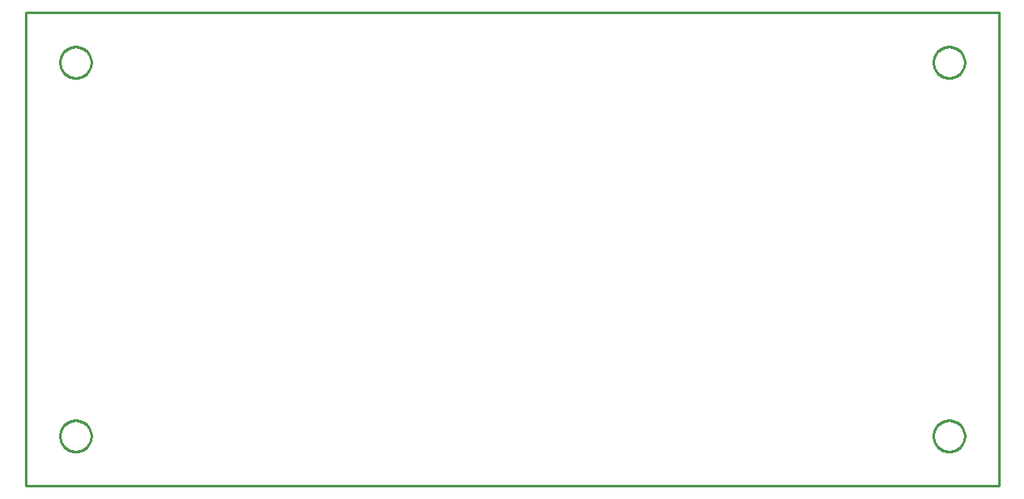
<source format=gbr>
G04 EAGLE Gerber RS-274X export*
G75*
%MOMM*%
%FSLAX34Y34*%
%LPD*%
%IN*%
%IPPOS*%
%AMOC8*
5,1,8,0,0,1.08239X$1,22.5*%
G01*
%ADD10C,0.254000*%


D10*
X0Y0D02*
X990600Y0D01*
X990600Y482600D01*
X0Y482600D01*
X0Y0D01*
X955675Y431280D02*
X955607Y430243D01*
X955471Y429213D01*
X955269Y428193D01*
X955000Y427189D01*
X954665Y426205D01*
X954268Y425245D01*
X953808Y424313D01*
X953288Y423412D01*
X952711Y422548D01*
X952078Y421724D01*
X951393Y420942D01*
X950658Y420207D01*
X949876Y419522D01*
X949052Y418889D01*
X948188Y418312D01*
X947287Y417792D01*
X946355Y417332D01*
X945395Y416935D01*
X944411Y416600D01*
X943407Y416331D01*
X942387Y416129D01*
X941357Y415993D01*
X940320Y415925D01*
X939280Y415925D01*
X938243Y415993D01*
X937213Y416129D01*
X936193Y416331D01*
X935189Y416600D01*
X934205Y416935D01*
X933245Y417332D01*
X932313Y417792D01*
X931412Y418312D01*
X930548Y418889D01*
X929724Y419522D01*
X928942Y420207D01*
X928207Y420942D01*
X927522Y421724D01*
X926889Y422548D01*
X926312Y423412D01*
X925792Y424313D01*
X925332Y425245D01*
X924935Y426205D01*
X924600Y427189D01*
X924331Y428193D01*
X924129Y429213D01*
X923993Y430243D01*
X923925Y431280D01*
X923925Y432320D01*
X923993Y433357D01*
X924129Y434387D01*
X924331Y435407D01*
X924600Y436411D01*
X924935Y437395D01*
X925332Y438355D01*
X925792Y439287D01*
X926312Y440188D01*
X926889Y441052D01*
X927522Y441876D01*
X928207Y442658D01*
X928942Y443393D01*
X929724Y444078D01*
X930548Y444711D01*
X931412Y445288D01*
X932313Y445808D01*
X933245Y446268D01*
X934205Y446665D01*
X935189Y447000D01*
X936193Y447269D01*
X937213Y447471D01*
X938243Y447607D01*
X939280Y447675D01*
X940320Y447675D01*
X941357Y447607D01*
X942387Y447471D01*
X943407Y447269D01*
X944411Y447000D01*
X945395Y446665D01*
X946355Y446268D01*
X947287Y445808D01*
X948188Y445288D01*
X949052Y444711D01*
X949876Y444078D01*
X950658Y443393D01*
X951393Y442658D01*
X952078Y441876D01*
X952711Y441052D01*
X953288Y440188D01*
X953808Y439287D01*
X954268Y438355D01*
X954665Y437395D01*
X955000Y436411D01*
X955269Y435407D01*
X955471Y434387D01*
X955607Y433357D01*
X955675Y432320D01*
X955675Y431280D01*
X955675Y50280D02*
X955607Y49243D01*
X955471Y48213D01*
X955269Y47193D01*
X955000Y46189D01*
X954665Y45205D01*
X954268Y44245D01*
X953808Y43313D01*
X953288Y42412D01*
X952711Y41548D01*
X952078Y40724D01*
X951393Y39942D01*
X950658Y39207D01*
X949876Y38522D01*
X949052Y37889D01*
X948188Y37312D01*
X947287Y36792D01*
X946355Y36332D01*
X945395Y35935D01*
X944411Y35600D01*
X943407Y35331D01*
X942387Y35129D01*
X941357Y34993D01*
X940320Y34925D01*
X939280Y34925D01*
X938243Y34993D01*
X937213Y35129D01*
X936193Y35331D01*
X935189Y35600D01*
X934205Y35935D01*
X933245Y36332D01*
X932313Y36792D01*
X931412Y37312D01*
X930548Y37889D01*
X929724Y38522D01*
X928942Y39207D01*
X928207Y39942D01*
X927522Y40724D01*
X926889Y41548D01*
X926312Y42412D01*
X925792Y43313D01*
X925332Y44245D01*
X924935Y45205D01*
X924600Y46189D01*
X924331Y47193D01*
X924129Y48213D01*
X923993Y49243D01*
X923925Y50280D01*
X923925Y51320D01*
X923993Y52357D01*
X924129Y53387D01*
X924331Y54407D01*
X924600Y55411D01*
X924935Y56395D01*
X925332Y57355D01*
X925792Y58287D01*
X926312Y59188D01*
X926889Y60052D01*
X927522Y60876D01*
X928207Y61658D01*
X928942Y62393D01*
X929724Y63078D01*
X930548Y63711D01*
X931412Y64288D01*
X932313Y64808D01*
X933245Y65268D01*
X934205Y65665D01*
X935189Y66000D01*
X936193Y66269D01*
X937213Y66471D01*
X938243Y66607D01*
X939280Y66675D01*
X940320Y66675D01*
X941357Y66607D01*
X942387Y66471D01*
X943407Y66269D01*
X944411Y66000D01*
X945395Y65665D01*
X946355Y65268D01*
X947287Y64808D01*
X948188Y64288D01*
X949052Y63711D01*
X949876Y63078D01*
X950658Y62393D01*
X951393Y61658D01*
X952078Y60876D01*
X952711Y60052D01*
X953288Y59188D01*
X953808Y58287D01*
X954268Y57355D01*
X954665Y56395D01*
X955000Y55411D01*
X955269Y54407D01*
X955471Y53387D01*
X955607Y52357D01*
X955675Y51320D01*
X955675Y50280D01*
X66675Y431280D02*
X66607Y430243D01*
X66471Y429213D01*
X66269Y428193D01*
X66000Y427189D01*
X65665Y426205D01*
X65268Y425245D01*
X64808Y424313D01*
X64288Y423412D01*
X63711Y422548D01*
X63078Y421724D01*
X62393Y420942D01*
X61658Y420207D01*
X60876Y419522D01*
X60052Y418889D01*
X59188Y418312D01*
X58287Y417792D01*
X57355Y417332D01*
X56395Y416935D01*
X55411Y416600D01*
X54407Y416331D01*
X53387Y416129D01*
X52357Y415993D01*
X51320Y415925D01*
X50280Y415925D01*
X49243Y415993D01*
X48213Y416129D01*
X47193Y416331D01*
X46189Y416600D01*
X45205Y416935D01*
X44245Y417332D01*
X43313Y417792D01*
X42412Y418312D01*
X41548Y418889D01*
X40724Y419522D01*
X39942Y420207D01*
X39207Y420942D01*
X38522Y421724D01*
X37889Y422548D01*
X37312Y423412D01*
X36792Y424313D01*
X36332Y425245D01*
X35935Y426205D01*
X35600Y427189D01*
X35331Y428193D01*
X35129Y429213D01*
X34993Y430243D01*
X34925Y431280D01*
X34925Y432320D01*
X34993Y433357D01*
X35129Y434387D01*
X35331Y435407D01*
X35600Y436411D01*
X35935Y437395D01*
X36332Y438355D01*
X36792Y439287D01*
X37312Y440188D01*
X37889Y441052D01*
X38522Y441876D01*
X39207Y442658D01*
X39942Y443393D01*
X40724Y444078D01*
X41548Y444711D01*
X42412Y445288D01*
X43313Y445808D01*
X44245Y446268D01*
X45205Y446665D01*
X46189Y447000D01*
X47193Y447269D01*
X48213Y447471D01*
X49243Y447607D01*
X50280Y447675D01*
X51320Y447675D01*
X52357Y447607D01*
X53387Y447471D01*
X54407Y447269D01*
X55411Y447000D01*
X56395Y446665D01*
X57355Y446268D01*
X58287Y445808D01*
X59188Y445288D01*
X60052Y444711D01*
X60876Y444078D01*
X61658Y443393D01*
X62393Y442658D01*
X63078Y441876D01*
X63711Y441052D01*
X64288Y440188D01*
X64808Y439287D01*
X65268Y438355D01*
X65665Y437395D01*
X66000Y436411D01*
X66269Y435407D01*
X66471Y434387D01*
X66607Y433357D01*
X66675Y432320D01*
X66675Y431280D01*
X66675Y50280D02*
X66607Y49243D01*
X66471Y48213D01*
X66269Y47193D01*
X66000Y46189D01*
X65665Y45205D01*
X65268Y44245D01*
X64808Y43313D01*
X64288Y42412D01*
X63711Y41548D01*
X63078Y40724D01*
X62393Y39942D01*
X61658Y39207D01*
X60876Y38522D01*
X60052Y37889D01*
X59188Y37312D01*
X58287Y36792D01*
X57355Y36332D01*
X56395Y35935D01*
X55411Y35600D01*
X54407Y35331D01*
X53387Y35129D01*
X52357Y34993D01*
X51320Y34925D01*
X50280Y34925D01*
X49243Y34993D01*
X48213Y35129D01*
X47193Y35331D01*
X46189Y35600D01*
X45205Y35935D01*
X44245Y36332D01*
X43313Y36792D01*
X42412Y37312D01*
X41548Y37889D01*
X40724Y38522D01*
X39942Y39207D01*
X39207Y39942D01*
X38522Y40724D01*
X37889Y41548D01*
X37312Y42412D01*
X36792Y43313D01*
X36332Y44245D01*
X35935Y45205D01*
X35600Y46189D01*
X35331Y47193D01*
X35129Y48213D01*
X34993Y49243D01*
X34925Y50280D01*
X34925Y51320D01*
X34993Y52357D01*
X35129Y53387D01*
X35331Y54407D01*
X35600Y55411D01*
X35935Y56395D01*
X36332Y57355D01*
X36792Y58287D01*
X37312Y59188D01*
X37889Y60052D01*
X38522Y60876D01*
X39207Y61658D01*
X39942Y62393D01*
X40724Y63078D01*
X41548Y63711D01*
X42412Y64288D01*
X43313Y64808D01*
X44245Y65268D01*
X45205Y65665D01*
X46189Y66000D01*
X47193Y66269D01*
X48213Y66471D01*
X49243Y66607D01*
X50280Y66675D01*
X51320Y66675D01*
X52357Y66607D01*
X53387Y66471D01*
X54407Y66269D01*
X55411Y66000D01*
X56395Y65665D01*
X57355Y65268D01*
X58287Y64808D01*
X59188Y64288D01*
X60052Y63711D01*
X60876Y63078D01*
X61658Y62393D01*
X62393Y61658D01*
X63078Y60876D01*
X63711Y60052D01*
X64288Y59188D01*
X64808Y58287D01*
X65268Y57355D01*
X65665Y56395D01*
X66000Y55411D01*
X66269Y54407D01*
X66471Y53387D01*
X66607Y52357D01*
X66675Y51320D01*
X66675Y50280D01*
M02*

</source>
